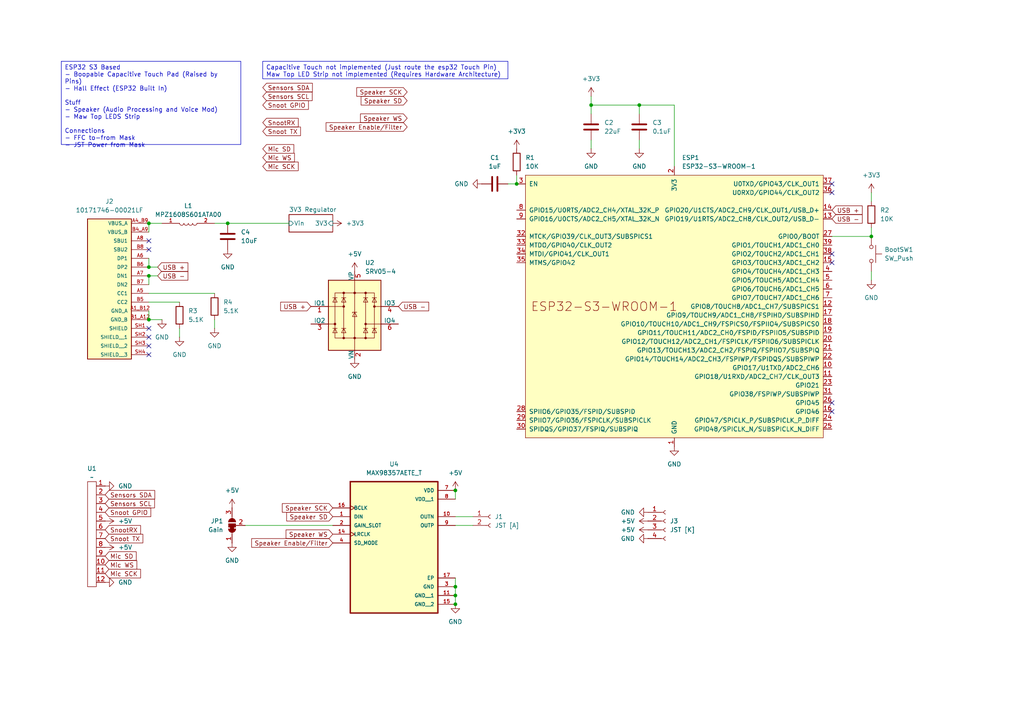
<source format=kicad_sch>
(kicad_sch (version 20231120) (generator "eeschema") (generator_version "8.0")
  (paper "A4")
  (lib_symbols
    (symbol "Connector:Conn_01x02_Socket" (pin_names (offset 1.016) hide)
      (property "Reference" "J" (at 0 2.54 0))
      (property "Value" "Conn_01x02_Socket" (at 0 -5.08 0))
      (symbol "Conn_01x02_Socket_1_1"
        (arc (start 0 -2.032) (mid -0.5058 -2.54) (end 0 -3.048) (stroke (width 0.1524)))
        (polyline (pts (xy -1.27 -2.54) (xy -0.508 -2.54)) (stroke (width 0.1524)))
        (polyline (pts (xy -1.27 0) (xy -0.508 0)) (stroke (width 0.1524)))
        (arc (start 0 0.508) (mid -0.5058 0) (end 0 -0.508) (stroke (width 0.1524)))
        (pin passive line (at -5.08 0 0) (length 3.81) (name "Pin_1") (number "1"))
        (pin passive line (at -5.08 -2.54 0) (length 3.81) (name "Pin_2") (number "2"))
      )
    )
    (symbol "Connector:Conn_01x04_Socket" (pin_names (offset 1.016) hide)
      (property "Reference" "J" (at 0 5.08 0))
      (property "Value" "Conn_01x04_Socket" (at 0 -7.62 0))
      (symbol "Conn_01x04_Socket_1_1"
        (arc (start 0 -4.572) (mid -0.5058 -5.08) (end 0 -5.588) (stroke (width 0.1524)))
        (arc (start 0 -2.032) (mid -0.5058 -2.54) (end 0 -3.048) (stroke (width 0.1524)))
        (polyline (pts (xy -1.27 -5.08) (xy -0.508 -5.08)) (stroke (width 0.1524)))
        (polyline (pts (xy -1.27 -2.54) (xy -0.508 -2.54)) (stroke (width 0.1524)))
        (polyline (pts (xy -1.27 0) (xy -0.508 0)) (stroke (width 0.1524)))
        (polyline (pts (xy -1.27 2.54) (xy -0.508 2.54)) (stroke (width 0.1524)))
        (arc (start 0 0.508) (mid -0.5058 0) (end 0 -0.508) (stroke (width 0.1524)))
        (arc (start 0 3.048) (mid -0.5058 2.54) (end 0 2.032) (stroke (width 0.1524)))
        (pin passive line (at -5.08 2.54 0) (length 3.81) (name "Pin_1") (number "1"))
        (pin passive line (at -5.08 0 0) (length 3.81) (name "Pin_2") (number "2"))
        (pin passive line (at -5.08 -2.54 0) (length 3.81) (name "Pin_3") (number "3"))
        (pin passive line (at -5.08 -5.08 0) (length 3.81) (name "Pin_4") (number "4"))
      )
    )
    (symbol "Device:C" (pin_numbers hide) (pin_names (offset 0.254))
      (property "Reference" "C" (at 0.635 2.54 0))
      (property "Value" "C" (at 0.635 -2.54 0))
      (symbol "C_0_1"
        (polyline (pts (xy -2.032 -0.762) (xy 2.032 -0.762)) (stroke (width 0.508)))
        (polyline (pts (xy -2.032 0.762) (xy 2.032 0.762)) (stroke (width 0.508)))
      )
      (symbol "C_1_1"
        (pin passive line (at 0 3.81 270) (length 2.794) (name "~") (number "1"))
        (pin passive line (at 0 -3.81 90) (length 2.794) (name "~") (number "2"))
      )
    )
    (symbol "Device:R" (pin_numbers hide) (pin_names (offset 0))
      (property "Reference" "R" (at 2.032 0 90))
      (property "Value" "R" (at 0 0 90))
      (symbol "R_0_1"
        (rectangle (start -1.016 -2.54) (end 1.016 2.54) (stroke (width 0.254)))
      )
      (symbol "R_1_1"
        (pin passive line (at 0 3.81 270) (length 1.27) (name "~") (number "1"))
        (pin passive line (at 0 -3.81 90) (length 1.27) (name "~") (number "2"))
      )
    )
    (symbol "FCC_Connector:FFC_12P"
      (property "Reference" "U" (at 0 16.764 0))
      (symbol "FFC_12P_0_1"
        (rectangle (start -1.27 15.24) (end 1.27 -15.24))
      )
      (symbol "FFC_12P_1_1"
        (pin input line (at 3.81 13.97 180) (length 2.54) (name "") (number "1"))
        (pin input line (at 3.81 -8.89 180) (length 2.54) (name "") (number "10"))
        (pin input line (at 3.81 -11.43 180) (length 2.54) (name "") (number "11"))
        (pin input line (at 3.81 -13.97 180) (length 2.54) (name "") (number "12"))
        (pin input line (at 3.81 11.43 180) (length 2.54) (name "") (number "2"))
        (pin input line (at 3.81 8.89 180) (length 2.54) (name "") (number "3"))
        (pin input line (at 3.81 6.35 180) (length 2.54) (name "") (number "4"))
        (pin input line (at 3.81 3.81 180) (length 2.54) (name "") (number "5"))
        (pin input line (at 3.81 1.27 180) (length 2.54) (name "") (number "6"))
        (pin input line (at 3.81 -1.27 180) (length 2.54) (name "") (number "7"))
        (pin input line (at 3.81 -3.81 180) (length 2.54) (name "") (number "8"))
        (pin input line (at 3.81 -6.35 180) (length 2.54) (name "") (number "9"))
      )
    )
    (symbol "Ferrite_Bead_MPZ1608S601ATA00:MPZ1608S601ATA00" (pin_names (offset 1.016))
      (property "Reference" "L" (at -5.0885 1.9082 0))
      (property "Value" "MPZ1608S601ATA00" (at -5.0854 -2.5427 0))
      (symbol "MPZ1608S601ATA00_0_0"
        (arc (start -2.54 0) (mid -1.905 -0.5747) (end -1.27 0) (stroke (width 0.1524)))
        (arc (start -1.27 0) (mid -0.635 -0.5747) (end 0 0) (stroke (width 0.1524)))
        (arc (start 0 0) (mid 0.635 -0.5747) (end 1.27 0) (stroke (width 0.1524)))
        (arc (start 1.27 0) (mid 1.905 -0.5747) (end 2.54 0) (stroke (width 0.1524)))
        (pin passive line (at -7.62 0 0) (length 5.08) (name "~") (number "1"))
        (pin passive line (at 7.62 0 180) (length 5.08) (name "~") (number "2"))
      )
    )
    (symbol "I2S_Audio_MAX98357A:MAX98357AETE_T" (pin_names (offset 1.016))
      (property "Reference" "U" (at -12.7 16.24 0))
      (property "Value" "MAX98357AETE_T" (at -12.7 -26.86 0))
      (symbol "MAX98357AETE_T_0_0"
        (rectangle (start -12.7 -22.86) (end 12.7 15.24) (stroke (width 0.41)) (fill (type background)))
        (pin input line (at -17.78 5.08 0) (length 5.08) (name "DIN") (number "1"))
        (pin output line (at 17.78 5.08 180) (length 5.08) (name "OUTN") (number "10"))
        (pin power_in line (at 17.78 -17.78 180) (length 5.08) (name "GND__1") (number "11"))
        (pin input clock (at -17.78 0 0) (length 5.08) (name "LRCLK") (number "14"))
        (pin power_in line (at 17.78 -20.32 180) (length 5.08) (name "GND__2") (number "15"))
        (pin input clock (at -17.78 7.62 0) (length 5.08) (name "BCLK") (number "16"))
        (pin power_in line (at 17.78 -12.7 180) (length 5.08) (name "EP") (number "17"))
        (pin input line (at -17.78 2.54 0) (length 5.08) (name "GAIN_SLOT") (number "2"))
        (pin power_in line (at 17.78 -15.24 180) (length 5.08) (name "GND") (number "3"))
        (pin input line (at -17.78 -2.54 0) (length 5.08) (name "SD_MODE") (number "4"))
        (pin power_in line (at 17.78 12.7 180) (length 5.08) (name "VDD") (number "7"))
        (pin power_in line (at 17.78 10.16 180) (length 5.08) (name "VDD__1") (number "8"))
        (pin output line (at 17.78 2.54 180) (length 5.08) (name "OUTP") (number "9"))
      )
    )
    (symbol "Jumper:SolderJumper_3_Bridged12" (pin_names (offset 0) hide) (exclude_from_sim yes) (in_bom no)
      (property "Reference" "JP" (at -2.54 -2.54 0))
      (property "Value" "SolderJumper_3_Bridged12" (at 0 2.794 0))
      (symbol "SolderJumper_3_Bridged12_0_1"
        (rectangle (start -1.016 0.508) (end -0.508 -0.508) (fill (type outline)))
        (arc (start -1.016 1.016) (mid -2.0276 0) (end -1.016 -1.016))
        (arc (start -1.016 1.016) (mid -2.0276 0) (end -1.016 -1.016) (fill (type outline)))
        (rectangle (start -0.508 1.016) (end 0.508 -1.016) (fill (type outline)))
        (polyline (pts (xy -2.54 0) (xy -2.032 0)))
        (polyline (pts (xy -1.016 1.016) (xy -1.016 -1.016)))
        (polyline (pts (xy 0 -1.27) (xy 0 -1.016)))
        (polyline (pts (xy 1.016 1.016) (xy 1.016 -1.016)))
        (polyline (pts (xy 2.54 0) (xy 2.032 0)))
        (arc (start 1.016 -1.016) (mid 2.0276 0) (end 1.016 1.016))
        (arc (start 1.016 -1.016) (mid 2.0276 0) (end 1.016 1.016) (fill (type outline)))
      )
      (symbol "SolderJumper_3_Bridged12_1_1"
        (pin passive line (at -5.08 0 0) (length 2.54) (name "A") (number "1"))
        (pin passive line (at 0 -3.81 90) (length 2.54) (name "C") (number "2"))
        (pin passive line (at 5.08 0 180) (length 2.54) (name "B") (number "3"))
      )
    )
    (symbol "PCM_Espressif:ESP32-S3-WROOM-1" (pin_names (offset 1.016))
      (property "Reference" "U" (at -43.18 43.18 0))
      (property "Value" "ESP32-S3-WROOM-1" (at -43.18 40.64 0))
      (symbol "ESP32-S3-WROOM-1_0_0"
        (text "ESP32-S3-WROOM-1" (at -20.32 0 0) (effects (font (size 2.54 2.54))))
        (pin power_in line (at 0 -40.64 90) (length 2.54) (name "GND") (number "1"))
        (pin bidirectional line (at 45.72 -17.78 180) (length 2.54) (name "GPIO17/U1TXD/ADC2_CH6") (number "10"))
        (pin bidirectional line (at 45.72 -20.32 180) (length 2.54) (name "GPIO18/U1RXD/ADC2_CH7/CLK_OUT3") (number "11"))
        (pin bidirectional line (at 45.72 0 180) (length 2.54) (name "GPIO8/TOUCH8/ADC1_CH7/SUBSPICS1") (number "12"))
        (pin bidirectional line (at 45.72 25.4 180) (length 2.54) (name "GPIO19/U1RTS/ADC2_CH8/CLK_OUT2/USB_D-") (number "13"))
        (pin bidirectional line (at 45.72 27.94 180) (length 2.54) (name "GPIO20/U1CTS/ADC2_CH9/CLK_OUT1/USB_D+") (number "14"))
        (pin bidirectional line (at 45.72 12.7 180) (length 2.54) (name "GPIO3/TOUCH3/ADC1_CH2") (number "15"))
        (pin bidirectional line (at 45.72 -30.48 180) (length 2.54) (name "GPIO46") (number "16"))
        (pin bidirectional line (at 45.72 -2.54 180) (length 2.54) (name "GPIO9/TOUCH9/ADC1_CH8/FSPIHD/SUBSPIHD") (number "17"))
        (pin bidirectional line (at 45.72 -5.08 180) (length 2.54) (name "GPIO10/TOUCH10/ADC1_CH9/FSPICS0/FSPIIO4/SUBSPICS0") (number "18"))
        (pin bidirectional line (at 45.72 -7.62 180) (length 2.54) (name "GPIO11/TOUCH11/ADC2_CH0/FSPID/FSPIIO5/SUBSPID") (number "19"))
        (pin power_in line (at 0 40.64 270) (length 2.54) (name "3V3") (number "2"))
        (pin bidirectional line (at 45.72 -10.16 180) (length 2.54) (name "GPIO12/TOUCH12/ADC2_CH1/FSPICLK/FSPIIO6/SUBSPICLK") (number "20"))
        (pin bidirectional line (at 45.72 -12.7 180) (length 2.54) (name "GPIO13/TOUCH13/ADC2_CH2/FSPIQ/FSPIIO7/SUBSPIQ") (number "21"))
        (pin bidirectional line (at 45.72 -15.24 180) (length 2.54) (name "GPIO14/TOUCH14/ADC2_CH3/FSPIWP/FSPIDQS/SUBSPIWP") (number "22"))
        (pin bidirectional line (at 45.72 -22.86 180) (length 2.54) (name "GPIO21") (number "23"))
        (pin bidirectional line (at 45.72 -33.02 180) (length 2.54) (name "GPIO47/SPICLK_P/SUBSPICLK_P_DIFF") (number "24"))
        (pin bidirectional line (at 45.72 -35.56 180) (length 2.54) (name "GPIO48/SPICLK_N/SUBSPICLK_N_DIFF") (number "25"))
        (pin bidirectional line (at 45.72 -27.94 180) (length 2.54) (name "GPIO45") (number "26"))
        (pin bidirectional line (at 45.72 20.32 180) (length 2.54) (name "GPIO0/BOOT") (number "27"))
        (pin bidirectional line (at -45.72 -30.48 0) (length 2.54) (name "SPIIO6/GPIO35/FSPID/SUBSPID") (number "28"))
        (pin bidirectional line (at -45.72 -33.02 0) (length 2.54) (name "SPIIO7/GPIO36/FSPICLK/SUBSPICLK") (number "29"))
        (pin input line (at -45.72 35.56 0) (length 2.54) (name "EN") (number "3"))
        (pin bidirectional line (at -45.72 -35.56 0) (length 2.54) (name "SPIDQS/GPIO37/FSPIQ/SUBSPIQ") (number "30"))
        (pin bidirectional line (at 45.72 -25.4 180) (length 2.54) (name "GPIO38/FSPIWP/SUBSPIWP") (number "31"))
        (pin bidirectional line (at -45.72 20.32 0) (length 2.54) (name "MTCK/GPIO39/CLK_OUT3/SUBSPICS1") (number "32"))
        (pin bidirectional line (at -45.72 17.78 0) (length 2.54) (name "MTDO/GPIO40/CLK_OUT2") (number "33"))
        (pin bidirectional line (at -45.72 15.24 0) (length 2.54) (name "MTDI/GPIO41/CLK_OUT1") (number "34"))
        (pin bidirectional line (at -45.72 12.7 0) (length 2.54) (name "MTMS/GPIO42") (number "35"))
        (pin bidirectional line (at 45.72 33.02 180) (length 2.54) (name "U0RXD/GPIO44/CLK_OUT2") (number "36"))
        (pin bidirectional line (at 45.72 35.56 180) (length 2.54) (name "U0TXD/GPIO43/CLK_OUT1") (number "37"))
        (pin bidirectional line (at 45.72 15.24 180) (length 2.54) (name "GPIO2/TOUCH2/ADC1_CH1") (number "38"))
        (pin bidirectional line (at 45.72 17.78 180) (length 2.54) (name "GPIO1/TOUCH1/ADC1_CH0") (number "39"))
        (pin bidirectional line (at 45.72 10.16 180) (length 2.54) (name "GPIO4/TOUCH4/ADC1_CH3") (number "4"))
        (pin passive line (at 0 -40.64 90) (length 2.54) hide (name "GND") (number "40"))
        (pin passive line (at 0 -40.64 90) (length 2.54) hide (name "GND") (number "41"))
        (pin bidirectional line (at 45.72 7.62 180) (length 2.54) (name "GPIO5/TOUCH5/ADC1_CH4") (number "5"))
        (pin bidirectional line (at 45.72 5.08 180) (length 2.54) (name "GPIO6/TOUCH6/ADC1_CH5") (number "6"))
        (pin bidirectional line (at 45.72 2.54 180) (length 2.54) (name "GPIO7/TOUCH7/ADC1_CH6") (number "7"))
        (pin bidirectional line (at -45.72 27.94 0) (length 2.54) (name "GPIO15/U0RTS/ADC2_CH4/XTAL_32K_P") (number "8"))
        (pin bidirectional line (at -45.72 25.4 0) (length 2.54) (name "GPIO16/U0CTS/ADC2_CH5/XTAL_32K_N") (number "9"))
      )
      (symbol "ESP32-S3-WROOM-1_0_1"
        (rectangle (start -43.18 38.1) (end 43.18 -38.1) (fill (type background)))
      )
    )
    (symbol "Power_Protection:SRV05-4" (pin_names (offset 0))
      (property "Reference" "U" (at -5.08 11.43 0))
      (property "Value" "SRV05-4" (at 2.54 11.43 0))
      (symbol "SRV05-4_0_0"
        (rectangle (start -5.715 6.477) (end 5.715 -6.604))
        (polyline (pts (xy -3.175 -6.604) (xy -3.175 6.477)))
        (polyline (pts (xy 3.175 6.477) (xy 3.175 -6.604)))
      )
      (symbol "SRV05-4_0_1"
        (rectangle (start -7.62 10.16) (end 7.62 -10.16) (stroke (width 0.254)) (fill (type background)))
        (circle (center -5.715 -2.54) (radius 0.2794) (fill (type outline)))
        (circle (center -3.175 -6.604) (radius 0.2794) (fill (type outline)))
        (circle (center -3.175 2.54) (radius 0.2794) (fill (type outline)))
        (circle (center -3.175 6.477) (radius 0.2794) (fill (type outline)))
        (circle (center 0 -6.604) (radius 0.2794) (fill (type outline)))
        (polyline (pts (xy -7.747 2.54) (xy -3.175 2.54)))
        (polyline (pts (xy -7.62 -2.54) (xy -5.715 -2.54)))
        (polyline (pts (xy -5.08 -3.81) (xy -6.35 -3.81)))
        (polyline (pts (xy -5.08 5.08) (xy -6.35 5.08)))
        (polyline (pts (xy -2.54 -3.81) (xy -3.81 -3.81)))
        (polyline (pts (xy -2.54 5.08) (xy -3.81 5.08)))
        (polyline (pts (xy 0 10.16) (xy 0 -10.16)))
        (polyline (pts (xy 3.81 -3.81) (xy 2.54 -3.81)))
        (polyline (pts (xy 3.81 5.08) (xy 2.54 5.08)))
        (polyline (pts (xy 6.35 -3.81) (xy 5.08 -3.81)))
        (polyline (pts (xy 6.35 5.08) (xy 5.08 5.08)))
        (polyline (pts (xy 7.62 -2.54) (xy 3.175 -2.54)))
        (polyline (pts (xy 7.62 2.54) (xy 5.715 2.54)))
        (polyline (pts (xy 0.635 0.889) (xy -0.635 0.889) (xy -0.635 0.635)))
        (polyline (pts (xy -5.08 -5.08) (xy -6.35 -5.08) (xy -5.715 -3.81) (xy -5.08 -5.08)))
        (polyline (pts (xy -5.08 3.81) (xy -6.35 3.81) (xy -5.715 5.08) (xy -5.08 3.81)))
        (polyline (pts (xy -2.54 -5.08) (xy -3.81 -5.08) (xy -3.175 -3.81) (xy -2.54 -5.08)))
        (polyline (pts (xy -2.54 3.81) (xy -3.81 3.81) (xy -3.175 5.08) (xy -2.54 3.81)))
        (polyline (pts (xy 0.635 -0.381) (xy -0.635 -0.381) (xy 0 0.889) (xy 0.635 -0.381)))
        (polyline (pts (xy 3.81 -5.08) (xy 2.54 -5.08) (xy 3.175 -3.81) (xy 3.81 -5.08)))
        (polyline (pts (xy 3.81 3.81) (xy 2.54 3.81) (xy 3.175 5.08) (xy 3.81 3.81)))
        (polyline (pts (xy 6.35 -5.08) (xy 5.08 -5.08) (xy 5.715 -3.81) (xy 6.35 -5.08)))
        (polyline (pts (xy 6.35 3.81) (xy 5.08 3.81) (xy 5.715 5.08) (xy 6.35 3.81)))
        (circle (center 0 6.477) (radius 0.2794) (fill (type outline)))
        (circle (center 3.175 -6.604) (radius 0.2794) (fill (type outline)))
        (circle (center 3.175 -2.54) (radius 0.2794) (fill (type outline)))
        (circle (center 3.175 6.477) (radius 0.2794) (fill (type outline)))
        (circle (center 5.715 2.54) (radius 0.2794) (fill (type outline)))
      )
      (symbol "SRV05-4_1_1"
        (pin passive line (at -12.7 2.54 0) (length 5.08) (name "IO1") (number "1"))
        (pin passive line (at 0 -12.7 90) (length 2.54) (name "VN") (number "2"))
        (pin passive line (at -12.7 -2.54 0) (length 5.08) (name "IO2") (number "3"))
        (pin passive line (at 12.7 2.54 180) (length 5.08) (name "IO3") (number "4"))
        (pin passive line (at 0 12.7 270) (length 2.54) (name "VP") (number "5"))
        (pin passive line (at 12.7 -2.54 180) (length 5.08) (name "IO4") (number "6"))
      )
    )
    (symbol "Switch:SW_Push" (pin_numbers hide) (pin_names (offset 1.016) hide)
      (property "Reference" "SW" (at 1.27 2.54 0))
      (property "Value" "SW_Push" (at 0 -1.524 0))
      (symbol "SW_Push_0_1"
        (circle (center -2.032 0) (radius 0.508))
        (polyline (pts (xy 0 1.27) (xy 0 3.048)))
        (polyline (pts (xy 2.54 1.27) (xy -2.54 1.27)))
        (circle (center 2.032 0) (radius 0.508))
        (pin passive line (at -5.08 0 0) (length 2.54) (name "1") (number "1"))
        (pin passive line (at 5.08 0 180) (length 2.54) (name "2") (number "2"))
      )
    )
    (symbol "USBC_10171746_00021LF:10171746-00021LF" (pin_names (offset 1.016))
      (property "Reference" "J2" (at 0 17.78 0))
      (property "Value" "10171746-00021LF" (at 0 15.24 0))
      (symbol "10171746-00021LF_0_0"
        (rectangle (start -6.35 12.7) (end 6.35 -27.94) (stroke (width 0.254)) (fill (type background)))
        (pin power_in line (at 11.43 -13.97 180) (length 5.08) (name "GND_A") (number "A1_B12"))
        (pin power_in line (at 11.43 11.43 180) (length 5.08) (name "VBUS_A") (number "A4_B9"))
        (pin bidirectional line (at 11.43 -8.89 180) (length 5.08) (name "CC1") (number "A5"))
        (pin bidirectional line (at 11.43 1.27 180) (length 5.08) (name "DP1") (number "A6"))
        (pin bidirectional line (at 11.43 -3.81 180) (length 5.08) (name "DN1") (number "A7"))
        (pin bidirectional line (at 11.43 6.35 180) (length 5.08) (name "SBU1") (number "A8"))
        (pin power_in line (at 11.43 -16.51 180) (length 5.08) (name "GND_B") (number "B1_A12"))
        (pin power_in line (at 11.43 8.89 180) (length 5.08) (name "VBUS_B") (number "B4_A9"))
        (pin bidirectional line (at 11.43 -11.43 180) (length 5.08) (name "CC2") (number "B5"))
        (pin bidirectional line (at 11.43 -1.27 180) (length 5.08) (name "DP2") (number "B6"))
        (pin bidirectional line (at 11.43 -6.35 180) (length 5.08) (name "DN2") (number "B7"))
        (pin bidirectional line (at 11.43 3.81 180) (length 5.08) (name "SBU2") (number "B8"))
        (pin passive line (at 11.43 -19.05 180) (length 5.08) (name "SHIELD") (number "SH1"))
        (pin passive line (at 11.43 -21.59 180) (length 5.08) (name "SHIELD__1") (number "SH2"))
        (pin passive line (at 11.43 -24.13 180) (length 5.08) (name "SHIELD__2") (number "SH3"))
        (pin passive line (at 11.43 -26.67 180) (length 5.08) (name "SHIELD__3") (number "SH4"))
      )
    )
    (symbol "power:+3V3" (power) (pin_numbers hide) (pin_names (offset 0) hide)
      (property "Value" "+3V3" (at 0 3.556 0))
      (symbol "+3V3_0_1"
        (polyline (pts (xy -0.762 1.27) (xy 0 2.54)))
        (polyline (pts (xy 0 0) (xy 0 2.54)))
        (polyline (pts (xy 0 2.54) (xy 0.762 1.27)))
      )
      (symbol "+3V3_1_1"
        (pin power_in line (at 0 0 90) (length 0) (name "~") (number "1"))
      )
    )
    (symbol "power:+5V" (power) (pin_numbers hide) (pin_names (offset 0) hide)
      (property "Value" "+5V" (at 0 3.556 0))
      (symbol "+5V_0_1"
        (polyline (pts (xy -0.762 1.27) (xy 0 2.54)))
        (polyline (pts (xy 0 0) (xy 0 2.54)))
        (polyline (pts (xy 0 2.54) (xy 0.762 1.27)))
      )
      (symbol "+5V_1_1"
        (pin power_in line (at 0 0 90) (length 0) (name "~") (number "1"))
      )
    )
    (symbol "power:GND" (power) (pin_numbers hide) (pin_names (offset 0) hide)
      (property "Value" "GND" (at 0 -3.81 0))
      (symbol "GND_0_1"
        (polyline (pts (xy 0 0) (xy 0 -1.27) (xy 1.27 -1.27) (xy 0 -2.54) (xy -1.27 -1.27) (xy 0 -1.27)))
      )
      (symbol "GND_1_1"
        (pin power_in line (at 0 0 270) (length 0) (name "~") (number "1"))
      )
    )
  )
  (junction (at 132.08 172.72))
  (junction (at 43.18 77.47))
  (junction (at 149.86 53.34))
  (junction (at 171.45 30.48))
  (junction (at 132.08 170.18))
  (junction (at 132.08 175.26))
  (junction (at 132.08 142.24))
  (junction (at 252.73 68.58))
  (junction (at 66.04 64.77))
  (junction (at 185.42 30.48))
  (junction (at 43.18 80.01))
  (junction (at 43.18 64.77))
  (junction (at 43.18 92.71))
  (no_connect (at 241.3 55.88))
  (no_connect (at 43.18 100.33))
  (no_connect (at 43.18 102.87))
  (no_connect (at 241.3 119.38))
  (no_connect (at 43.18 95.25))
  (no_connect (at 43.18 97.79))
  (no_connect (at 241.3 53.34))
  (no_connect (at 241.3 76.2))
  (no_connect (at 241.3 73.66))
  (no_connect (at 241.3 116.84))
  (no_connect (at 43.18 69.85))
  (no_connect (at 43.18 72.39))
  (wire (pts (xy 137.16 149.86) (xy 132.08 149.86)))
  (wire (pts (xy 43.18 80.01) (xy 43.18 82.55)))
  (wire (pts (xy 241.3 68.58) (xy 252.73 68.58)))
  (wire (pts (xy 132.08 172.72) (xy 132.08 175.26)))
  (wire (pts (xy 71.12 152.4) (xy 96.52 152.4)))
  (wire (pts (xy 171.45 30.48) (xy 185.42 30.48)))
  (wire (pts (xy 185.42 40.64) (xy 185.42 43.18)))
  (wire (pts (xy 43.18 74.93) (xy 43.18 77.47)))
  (wire (pts (xy 66.04 64.77) (xy 83.82 64.77)))
  (wire (pts (xy 45.72 80.01) (xy 43.18 80.01)))
  (wire (pts (xy 137.16 152.4) (xy 132.08 152.4)))
  (wire (pts (xy 185.42 30.48) (xy 185.42 33.02)))
  (wire (pts (xy 149.86 50.8) (xy 149.86 53.34)))
  (wire (pts (xy 195.58 30.48) (xy 195.58 48.26)))
  (wire (pts (xy 185.42 30.48) (xy 195.58 30.48)))
  (wire (pts (xy 43.18 64.77) (xy 46.99 64.77)))
  (wire (pts (xy 43.18 92.71) (xy 43.18 90.17)))
  (wire (pts (xy 171.45 40.64) (xy 171.45 43.18)))
  (wire (pts (xy 43.18 87.63) (xy 52.07 87.63)))
  (wire (pts (xy 132.08 167.64) (xy 132.08 170.18)))
  (wire (pts (xy 43.18 67.31) (xy 43.18 64.77)))
  (wire (pts (xy 252.73 66.04) (xy 252.73 68.58)))
  (wire (pts (xy 46.99 92.71) (xy 43.18 92.71)))
  (wire (pts (xy 52.07 95.25) (xy 52.07 97.79)))
  (wire (pts (xy 171.45 30.48) (xy 171.45 33.02)))
  (wire (pts (xy 132.08 170.18) (xy 132.08 172.72)))
  (wire (pts (xy 45.72 77.47) (xy 43.18 77.47)))
  (wire (pts (xy 252.73 81.28) (xy 252.73 78.74)))
  (wire (pts (xy 43.18 85.09) (xy 62.23 85.09)))
  (wire (pts (xy 132.08 142.24) (xy 132.08 144.78)))
  (wire (pts (xy 147.32 53.34) (xy 149.86 53.34)))
  (wire (pts (xy 171.45 27.94) (xy 171.45 30.48)))
  (wire (pts (xy 62.23 92.71) (xy 62.23 95.25)))
  (wire (pts (xy 62.23 64.77) (xy 66.04 64.77)))
  (wire (pts (xy 252.73 55.88) (xy 252.73 58.42)))
  (text_box "Capacitive Touch not implemented (Just route the esp32 Touch Pin)\nMaw Top LED Strip not implemented (Requires Hardware Architecture)" (at 76.2 17.78 0) (size 71.12 5.08) (effects (font (size 1.27 1.27)) (justify left top)))
  (text_box "ESP32 S3 Based\n- Boopable Capacitive Touch Pad (Raised by Pins)\n- Hall Effect (ESP32 Built In)\n\nStuff\n- Speaker (Audio Processing and Voice Mod)\n- Maw Top LEDS Strip\n\nConnections\n- FFC to-from Mask\n- JST Power from Mask" (at 17.78 17.78 0) (size 52.07 24.13) (effects (font (size 1.27 1.27)) (justify left top)))
  (global_label "Speaker SCK" (shape input) (at 96.52 147.32 180) (property "Intersheetrefs" "${INTERSHEET_REFS}" (effects (hide yes))))
  (global_label "SnootRX" (shape input) (at 30.48 153.67 0) (property "Intersheetrefs" "${INTERSHEET_REFS}" (effects (hide yes))))
  (global_label "Snoot TX" (shape input) (at 30.48 156.21 0) (property "Intersheetrefs" "${INTERSHEET_REFS}" (effects (hide yes))))
  (global_label "Sensors SCL" (shape input) (at 30.48 146.05 0) (property "Intersheetrefs" "${INTERSHEET_REFS}" (effects (hide yes))))
  (global_label "Speaker SCK" (shape input) (at 118.11 26.67 180) (property "Intersheetrefs" "${INTERSHEET_REFS}" (effects (hide yes))))
  (global_label "USB +" (shape input) (at 90.17 88.9 180) (property "Intersheetrefs" "${INTERSHEET_REFS}" (effects (hide yes))))
  (global_label "Speaker WS" (shape input) (at 96.52 154.94 180) (property "Intersheetrefs" "${INTERSHEET_REFS}" (effects (hide yes))))
  (global_label "Speaker SD" (shape input) (at 96.52 149.86 180) (property "Intersheetrefs" "${INTERSHEET_REFS}" (effects (hide yes))))
  (global_label "Snoot GPIO" (shape input) (at 30.48 148.59 0) (property "Intersheetrefs" "${INTERSHEET_REFS}" (effects (hide yes))))
  (global_label "Speaker SD" (shape input) (at 118.11 29.21 180) (property "Intersheetrefs" "${INTERSHEET_REFS}" (effects (hide yes))))
  (global_label "Mic SD" (shape input) (at 30.48 161.29 0) (property "Intersheetrefs" "${INTERSHEET_REFS}" (effects (hide yes))))
  (global_label "Sensors SCL" (shape input) (at 76.2 27.94 0) (property "Intersheetrefs" "${INTERSHEET_REFS}" (effects (hide yes))))
  (global_label "USB +" (shape input) (at 45.72 77.47 0) (property "Intersheetrefs" "${INTERSHEET_REFS}" (effects (hide yes))))
  (global_label "Speaker Enable{slash}Filter" (shape input) (at 118.11 36.83 180) (property "Intersheetrefs" "${INTERSHEET_REFS}" (effects (hide yes))))
  (global_label "Snoot TX" (shape input) (at 76.2 38.1 0) (property "Intersheetrefs" "${INTERSHEET_REFS}" (effects (hide yes))))
  (global_label "Mic SCK" (shape input) (at 76.2 48.26 0) (property "Intersheetrefs" "${INTERSHEET_REFS}" (effects (hide yes))))
  (global_label "Speaker Enable{slash}Filter" (shape input) (at 96.52 157.48 180) (property "Intersheetrefs" "${INTERSHEET_REFS}" (effects (hide yes))))
  (global_label "Snoot GPIO" (shape input) (at 76.2 30.48 0) (property "Intersheetrefs" "${INTERSHEET_REFS}" (effects (hide yes))))
  (global_label "Sensors SDA" (shape input) (at 30.48 143.51 0) (property "Intersheetrefs" "${INTERSHEET_REFS}" (effects (hide yes))))
  (global_label "Mic WS" (shape input) (at 30.48 163.83 0) (property "Intersheetrefs" "${INTERSHEET_REFS}" (effects (hide yes))))
  (global_label "Mic SD" (shape input) (at 76.2 43.18 0) (property "Intersheetrefs" "${INTERSHEET_REFS}" (effects (hide yes))))
  (global_label "USB +" (shape input) (at 241.3 60.96 0) (property "Intersheetrefs" "${INTERSHEET_REFS}" (effects (hide yes))))
  (global_label "USB -" (shape input) (at 45.72 80.01 0) (property "Intersheetrefs" "${INTERSHEET_REFS}" (effects (hide yes))))
  (global_label "Sensors SDA" (shape input) (at 76.2 25.4 0) (property "Intersheetrefs" "${INTERSHEET_REFS}" (effects (hide yes))))
  (global_label "SnootRX" (shape input) (at 76.2 35.56 0) (property "Intersheetrefs" "${INTERSHEET_REFS}" (effects (hide yes))))
  (global_label "Speaker WS" (shape input) (at 118.11 34.29 180) (property "Intersheetrefs" "${INTERSHEET_REFS}" (effects (hide yes))))
  (global_label "USB -" (shape input) (at 241.3 63.5 0) (property "Intersheetrefs" "${INTERSHEET_REFS}" (effects (hide yes))))
  (global_label "Mic SCK" (shape input) (at 30.48 166.37 0) (property "Intersheetrefs" "${INTERSHEET_REFS}" (effects (hide yes))))
  (global_label "USB -" (shape input) (at 115.57 88.9 0) (property "Intersheetrefs" "${INTERSHEET_REFS}" (effects (hide yes))))
  (global_label "Mic WS" (shape input) (at 76.2 45.72 0) (property "Intersheetrefs" "${INTERSHEET_REFS}" (effects (hide yes))))
  (symbol (lib_id "Connector:Conn_01x02_Socket") (at 142.24 149.86 0) (unit 1)
    (property "Reference" "J1" (at 143.51 149.8599 0) (effects (justify left)))
    (property "Value" "JST [A]" (at 143.51 152.3999 0) (effects (justify left)))
    (property "Description" "Generic connector, single row, 01x02, script generated" (effects (hide yes)))
  )
  (symbol (lib_id "power:+5V") (at 30.48 158.75 270) (unit 1)
    (property "Reference" "#PWR012" (effects (hide yes)))
    (property "Value" "+5V" (at 34.29 158.7499 90) (effects (justify left)))
    (property "Description" "Power symbol creates a global label with name \"+5V\"" (effects (hide yes)))
  )
  (symbol (lib_id "power:+3V3") (at 252.73 55.88 0) (unit 1)
    (property "Reference" "#PWR07" (effects (hide yes)))
    (property "Value" "+3V3" (at 252.73 50.8 0))
    (property "Description" "Power symbol creates a global label with name \"+3V3\"" (effects (hide yes)))
  )
  (symbol (lib_id "Device:C") (at 66.04 68.58 0) (unit 1)
    (property "Reference" "C4" (at 69.85 67.3099 0) (effects (justify left)))
    (property "Value" "10uF" (at 69.85 69.8499 0) (effects (justify left)))
    (property "Footprint" "Capacitor_SMD:C_0603_1608Metric" (effects (hide yes)))
    (property "Description" "Unpolarized capacitor" (effects (hide yes)))
  )
  (symbol (lib_id "power:GND") (at 139.7 53.34 270) (unit 1)
    (property "Reference" "#PWR01" (effects (hide yes)))
    (property "Value" "GND" (at 135.89 53.3399 90) (effects (justify right)))
    (property "Description" "Power symbol creates a global label with name \"GND\" , ground" (effects (hide yes)))
  )
  (symbol (lib_id "power:+3V3") (at 171.45 27.94 0) (unit 1)
    (property "Reference" "#PWR03" (effects (hide yes)))
    (property "Value" "+3V3" (at 171.45 22.86 0))
    (property "Description" "Power symbol creates a global label with name \"+3V3\"" (effects (hide yes)))
  )
  (symbol (lib_id "power:+5V") (at 187.96 151.13 90) (unit 1)
    (property "Reference" "#PWR028" (effects (hide yes)))
    (property "Value" "+5V" (at 184.15 151.1299 90) (effects (justify left)))
    (property "Description" "Power symbol creates a global label with name \"+5V\"" (effects (hide yes)))
  )
  (symbol (lib_id "Jumper:SolderJumper_3_Bridged12") (at 67.31 152.4 90) (unit 1) (exclude_from_sim yes) (in_bom no)
    (property "Reference" "JP1" (at 64.77 151.1299 90) (effects (justify left)))
    (property "Value" "Gain" (at 64.77 153.6699 90) (effects (justify left)))
    (property "Description" "3-pole Solder Jumper, pins 1+2 closed/bridged" (effects (hide yes)))
  )
  (symbol (lib_id "Device:R") (at 52.07 91.44 0) (unit 1)
    (property "Reference" "R3" (at 54.61 90.1699 0) (effects (justify left)))
    (property "Value" "5.1K" (at 54.61 92.7099 0) (effects (justify left)))
    (property "Footprint" "Resistor_SMD:R_0603_1608Metric" (effects (hide yes)))
    (property "Description" "Resistor" (effects (hide yes)))
  )
  (symbol (lib_id "USBC_10171746_00021LF:10171746-00021LF") (at 31.75 76.2 0) (unit 1)
    (property "Reference" "J2" (at 31.75 58.42 0))
    (property "Value" "10171746-00021LF" (at 31.75 60.96 0))
    (property "Footprint" "USBC_10171746_00021LF:AMPHENOL_10171746-00021LF" (effects (hide yes)))
    (property "PARTREV" "A" (effects (hide yes)))
    (property "STANDARD" "Manufacturer Recommendations" (effects (hide yes)))
    (property "MAXIMUM_PACKAGE_HEIGHT" "3.16 mm" (effects (hide yes)))
    (property "MANUFACTURER" "Amphenol" (effects (hide yes)))
  )
  (symbol (lib_id "Device:C") (at 143.51 53.34 90) (unit 1)
    (property "Reference" "C1" (at 143.51 45.72 90))
    (property "Value" "1uF" (at 143.51 48.26 90))
    (property "Footprint" "Capacitor_SMD:C_0603_1608Metric" (effects (hide yes)))
    (property "Description" "Unpolarized capacitor" (effects (hide yes)))
  )
  (symbol (lib_id "power:+5V") (at 187.96 153.67 90) (unit 1)
    (property "Reference" "#PWR031" (effects (hide yes)))
    (property "Value" "+5V" (at 184.15 153.6699 90) (effects (justify left)))
    (property "Description" "Power symbol creates a global label with name \"+5V\"" (effects (hide yes)))
  )
  (symbol (lib_id "Switch:SW_Push") (at 252.73 73.66 270) (unit 1)
    (property "Reference" "BootSW1" (at 256.54 72.3899 90) (effects (justify left)))
    (property "Value" "SW_Push" (at 256.54 74.9299 90) (effects (justify left)))
    (property "Footprint" "Button-R-667843:Button-R-667843" (effects (hide yes)))
    (property "Description" "Push button switch, generic, two pins" (effects (hide yes)))
  )
  (symbol (lib_id "power:+3V3") (at 96.52 64.77 270) (unit 1)
    (property "Reference" "#PWR018" (effects (hide yes)))
    (property "Value" "+3V3" (at 100.33 64.7699 90) (effects (justify left)))
    (property "Description" "Power symbol creates a global label with name \"+3V3\"" (effects (hide yes)))
  )
  (symbol (lib_id "power:GND") (at 66.04 72.39 0) (unit 1)
    (property "Reference" "#PWR017" (effects (hide yes)))
    (property "Value" "GND" (at 66.04 77.47 0))
    (property "Description" "Power symbol creates a global label with name \"GND\" , ground" (effects (hide yes)))
  )
  (symbol (lib_id "Device:R") (at 149.86 46.99 0) (unit 1)
    (property "Reference" "R1" (at 152.4 45.7199 0) (effects (justify left)))
    (property "Value" "10K" (at 152.4 48.2599 0) (effects (justify left)))
    (property "Footprint" "Resistor_SMD:R_0603_1608Metric" (effects (hide yes)))
    (property "Description" "Resistor" (effects (hide yes)))
  )
  (symbol (lib_id "FCC_Connector:FFC_12P") (at 26.67 154.94 0) (unit 1)
    (property "Reference" "U1" (at 26.67 135.89 0))
    (property "Value" "~" (at 26.67 138.43 0))
  )
  (symbol (lib_id "power:GND") (at 67.31 157.48 0) (unit 1)
    (property "Reference" "#PWR013" (effects (hide yes)))
    (property "Value" "GND" (at 67.31 162.56 0))
    (property "Description" "Power symbol creates a global label with name \"GND\" , ground" (effects (hide yes)))
  )
  (symbol (lib_id "power:GND") (at 30.48 140.97 90) (unit 1)
    (property "Reference" "#PWR09" (effects (hide yes)))
    (property "Value" "GND" (at 34.29 140.9699 90) (effects (justify right)))
    (property "Description" "Power symbol creates a global label with name \"GND\" , ground" (effects (hide yes)))
  )
  (symbol (lib_id "power:GND") (at 171.45 43.18 0) (unit 1)
    (property "Reference" "#PWR04" (effects (hide yes)))
    (property "Value" "GND" (at 171.45 48.26 0))
    (property "Description" "Power symbol creates a global label with name \"GND\" , ground" (effects (hide yes)))
  )
  (symbol (lib_id "power:GND") (at 62.23 95.25 0) (unit 1)
    (property "Reference" "#PWR016" (effects (hide yes)))
    (property "Value" "GND" (at 62.23 100.33 0))
    (property "Description" "Power symbol creates a global label with name \"GND\" , ground" (effects (hide yes)))
  )
  (symbol (lib_id "Device:R") (at 62.23 88.9 0) (unit 1)
    (property "Reference" "R4" (at 64.77 87.6299 0) (effects (justify left)))
    (property "Value" "5.1K" (at 64.77 90.1699 0) (effects (justify left)))
    (property "Footprint" "Resistor_SMD:R_0603_1608Metric" (effects (hide yes)))
    (property "Description" "Resistor" (effects (hide yes)))
  )
  (symbol (lib_id "power:+5V") (at 132.08 142.24 0) (unit 1)
    (property "Reference" "#PWR025" (effects (hide yes)))
    (property "Value" "+5V" (at 132.08 137.16 0))
    (property "Description" "Power symbol creates a global label with name \"+5V\"" (effects (hide yes)))
  )
  (symbol (lib_id "power:+5V") (at 67.31 147.32 0) (unit 1)
    (property "Reference" "#PWR027" (effects (hide yes)))
    (property "Value" "+5V" (at 67.31 142.24 0))
    (property "Description" "Power symbol creates a global label with name \"+5V\"" (effects (hide yes)))
  )
  (symbol (lib_id "power:GND") (at 185.42 43.18 0) (unit 1)
    (property "Reference" "#PWR05" (effects (hide yes)))
    (property "Value" "GND" (at 185.42 48.26 0))
    (property "Description" "Power symbol creates a global label with name \"GND\" , ground" (effects (hide yes)))
  )
  (symbol (lib_id "PCM_Espressif:ESP32-S3-WROOM-1") (at 195.58 88.9 0) (unit 1)
    (property "Reference" "ESP1" (at 197.7741 45.72 0) (effects (justify left)))
    (property "Value" "ESP32-S3-WROOM-1" (at 197.7741 48.26 0) (effects (justify left)))
    (property "Footprint" "PCM_Espressif:ESP32-S3-WROOM-1U" (effects (hide yes)))
    (property "Datasheet" "https://www.espressif.com/sites/default/files/documentation/esp32-s3-wroom-1_wroom-1u_datasheet_en.pdf" (effects (hide yes)))
    (property "Description" "2.4 GHz WiFi (802.11 b/g/n) and Bluetooth ® 5 (LE) module Built around ESP32S3 series of SoCs, Xtensa ® dualcore 32bit LX7 microprocessor Flash up to 16 MB, PSRAM up to 8 MB 36 GPIOs, rich set of peripherals Onboard PCB antenna" (effects (hide yes)))
  )
  (symbol (lib_id "Device:C") (at 171.45 36.83 0) (unit 1)
    (property "Reference" "C2" (at 175.26 35.5599 0) (effects (justify left)))
    (property "Value" "22uF" (at 175.26 38.0999 0) (effects (justify left)))
    (property "Footprint" "Capacitor_SMD:C_0603_1608Metric_Pad1.08x0.95mm_HandSolder" (effects (hide yes)))
    (property "Description" "Unpolarized capacitor" (effects (hide yes)))
  )
  (symbol (lib_id "power:GND") (at 46.99 92.71 0) (unit 1)
    (property "Reference" "#PWR014" (effects (hide yes)))
    (property "Value" "GND" (at 46.99 97.79 0))
    (property "Description" "Power symbol creates a global label with name \"GND\" , ground" (effects (hide yes)))
  )
  (symbol (lib_id "Device:C") (at 185.42 36.83 0) (unit 1)
    (property "Reference" "C3" (at 189.23 35.5599 0) (effects (justify left)))
    (property "Value" "0.1uF" (at 189.23 38.0999 0) (effects (justify left)))
    (property "Footprint" "Capacitor_SMD:C_0603_1608Metric" (effects (hide yes)))
    (property "Description" "Unpolarized capacitor" (effects (hide yes)))
  )
  (symbol (lib_id "power:+5V") (at 102.87 78.74 0) (unit 1)
    (property "Reference" "#PWR020" (effects (hide yes)))
    (property "Value" "+5V" (at 102.87 73.66 0))
    (property "Description" "Power symbol creates a global label with name \"+5V\"" (effects (hide yes)))
  )
  (symbol (lib_id "power:+5V") (at 30.48 151.13 270) (unit 1)
    (property "Reference" "#PWR011" (effects (hide yes)))
    (property "Value" "+5V" (at 34.29 151.1299 90) (effects (justify left)))
    (property "Description" "Power symbol creates a global label with name \"+5V\"" (effects (hide yes)))
  )
  (symbol (lib_id "power:+3V3") (at 149.86 43.18 0) (unit 1)
    (property "Reference" "#PWR02" (effects (hide yes)))
    (property "Value" "+3V3" (at 149.86 38.1 0))
    (property "Description" "Power symbol creates a global label with name \"+3V3\"" (effects (hide yes)))
  )
  (symbol (lib_id "power:GND") (at 132.08 175.26 0) (unit 1)
    (property "Reference" "#PWR026" (effects (hide yes)))
    (property "Value" "GND" (at 132.08 180.34 0))
    (property "Description" "Power symbol creates a global label with name \"GND\" , ground" (effects (hide yes)))
  )
  (symbol (lib_id "power:GND") (at 252.73 81.28 0) (unit 1)
    (property "Reference" "#PWR08" (effects (hide yes)))
    (property "Value" "GND" (at 252.73 86.36 0))
    (property "Description" "Power symbol creates a global label with name \"GND\" , ground" (effects (hide yes)))
  )
  (symbol (lib_id "power:GND") (at 187.96 148.59 270) (unit 1)
    (property "Reference" "#PWR030" (effects (hide yes)))
    (property "Value" "GND" (at 184.15 148.5899 90) (effects (justify right)))
    (property "Description" "Power symbol creates a global label with name \"GND\" , ground" (effects (hide yes)))
  )
  (symbol (lib_id "Device:R") (at 252.73 62.23 0) (unit 1)
    (property "Reference" "R2" (at 255.27 60.9599 0) (effects (justify left)))
    (property "Value" "10K" (at 255.27 63.4999 0) (effects (justify left)))
    (property "Footprint" "Resistor_SMD:R_0603_1608Metric" (effects (hide yes)))
    (property "Description" "Resistor" (effects (hide yes)))
  )
  (symbol (lib_id "power:GND") (at 187.96 156.21 270) (unit 1)
    (property "Reference" "#PWR029" (effects (hide yes)))
    (property "Value" "GND" (at 184.15 156.2099 90) (effects (justify right)))
    (property "Description" "Power symbol creates a global label with name \"GND\" , ground" (effects (hide yes)))
  )
  (symbol (lib_id "power:GND") (at 102.87 104.14 0) (unit 1)
    (property "Reference" "#PWR021" (effects (hide yes)))
    (property "Value" "GND" (at 102.87 109.22 0))
    (property "Description" "Power symbol creates a global label with name \"GND\" , ground" (effects (hide yes)))
  )
  (symbol (lib_id "power:GND") (at 52.07 97.79 0) (unit 1)
    (property "Reference" "#PWR015" (effects (hide yes)))
    (property "Value" "GND" (at 52.07 102.87 0))
    (property "Description" "Power symbol creates a global label with name \"GND\" , ground" (effects (hide yes)))
  )
  (symbol (lib_id "Power_Protection:SRV05-4") (at 102.87 91.44 0) (unit 1)
    (property "Reference" "U2" (at 105.8865 76.2 0) (effects (justify left)))
    (property "Value" "SRV05-4" (at 105.8865 78.74 0) (effects (justify left)))
    (property "Footprint" "Package_TO_SOT_SMD:SOT-23-6" (effects (hide yes)))
    (property "Datasheet" "http://www.onsemi.com/pub/Collateral/SRV05-4-D.PDF" (effects (hide yes)))
    (property "Description" "ESD Protection Diodes with Low Clamping Voltage, SOT-23-6" (effects (hide yes)))
  )
  (symbol (lib_id "power:GND") (at 195.58 129.54 0) (unit 1)
    (property "Reference" "#PWR06" (effects (hide yes)))
    (property "Value" "GND" (at 195.58 134.62 0))
    (property "Description" "Power symbol creates a global label with name \"GND\" , ground" (effects (hide yes)))
  )
  (symbol (lib_id "I2S_Audio_MAX98357A:MAX98357AETE_T") (at 114.3 154.94 0) (unit 1)
    (property "Reference" "U4" (at 114.3 134.62 0))
    (property "Value" "MAX98357AETE_T" (at 114.3 137.16 0))
    (property "Footprint" "MAX98357AETE_T:QFN50P300X300X80-17N" (effects (hide yes)))
    (property "MF" "Maxim Integrated" (effects (hide yes)))
    (property "Description_1" "Audio Amp Speaker 1-CH Mono Class-D 16-Pin TQFN EP T/R" (effects (hide yes)))
    (property "Package" "TQFN-16 Maxim" (effects (hide yes)))
    (property "Price" "None" (effects (hide yes)))
    (property "MP" "MAX98357AETE+T" (effects (hide yes)))
    (property "Availability" "Unavailable" (effects (hide yes)))
  )
  (symbol (lib_id "power:GND") (at 30.48 168.91 90) (unit 1)
    (property "Reference" "#PWR010" (effects (hide yes)))
    (property "Value" "GND" (at 34.29 168.9099 90) (effects (justify right)))
    (property "Description" "Power symbol creates a global label with name \"GND\" , ground" (effects (hide yes)))
  )
  (symbol (lib_id "Connector:Conn_01x04_Socket") (at 193.04 151.13 0) (unit 1)
    (property "Reference" "J3" (at 194.31 151.1299 0) (effects (justify left)))
    (property "Value" "JST [K]" (at 194.31 153.6699 0) (effects (justify left)))
    (property "Description" "Generic connector, single row, 01x04, script generated" (effects (hide yes)))
  )
  (symbol (lib_id "Ferrite_Bead_MPZ1608S601ATA00:MPZ1608S601ATA00") (at 54.61 64.77 0) (unit 1)
    (property "Reference" "L1" (at 54.61 59.69 0))
    (property "Value" "MPZ1608S601ATA00" (at 54.61 62.23 0))
    (property "Footprint" "Ferrite_Bead_MPZ1608S601ATA00:INDC1608X95N" (effects (hide yes)))
  )
  (sheet (at 83.82 62.23) (size 12.7 5.08) (stroke (width 0.1524))
    (property "Sheetname" "3V3 Regulator" (at 83.82 61.5184 0) (effects (justify left bottom)))
    (property "Sheetfile" "3V3 Reg.kicad_sch" (effects (hide yes)))
    (pin "3V3" input (at 96.52 64.77 0))
    (pin "Vin" input (at 83.82 64.77 180))
  )
)
</source>
